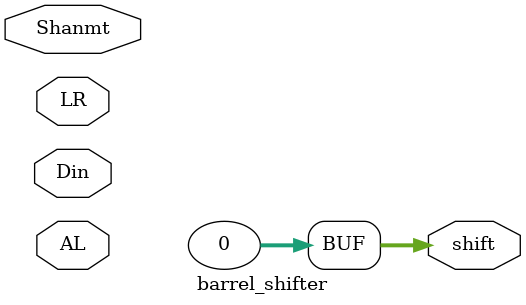
<source format=v>
module ysyx_24100027_ALU(
    input [31:0] a,
    input [31:0] b,
    input [3:0] Aluctr,
    output [31:0] ALUout,
    output less,
    output zero
);
    wire [31:0] ab_xor;
    wire [31:0] ab_or;
    wire [31:0] ab_and;

    wire [31:0] B;
    wire [31:0] adder;
    wire        carry;
    //alu ctr unit
    wire [2:0] Aluctr_out;
    wire AL;
    wire LR;
    wire US;
    wire SubAdd;

    wire [31:0] result;
    wire overflow;

    wire [31:0] shift;

    ALUCTR a1(.Aluctr_in(Aluctr), .Aluctr_out(Aluctr_out), .AL(AL), .LR(LR), .US(US),.SubAdd(SubAdd));
    complement com(.b(b), .option(SubAdd), .B(B));
    barrel_shifter barrel1(.Din(a), .Shanmt(b[4:0]), .LR(LR), .AL(AL), .shift(shift));
    MuxKey #(8,3,32) resultmux(ALUout, Aluctr_out,{
        3'b000, adder,
        3'b001, shift,
        3'b010, {31'h0,less},
        3'b011, B,
        3'b100, ab_xor,
        3'b101, shift,
        3'b110, ab_or,
        3'b111, ab_and
    });
    MuxKey #(2,1,1) lessmux(less, US,{
        1'b0, overflow ^ result[31],
        1'b1, carry ^ SubAdd
    });
    //xor or and
    assign ab_xor   = a ^ b;
    assign ab_or    = a | b;
    assign ab_and   = a & b;
    //add sub
    assign {carry, adder} = a + B + SubAdd;
    assign zero = ~(|adder);
    assign overflow = (a[31]==B[31]) && (a[31]!=adder[31]);
endmodule


module ALUCTR(
    input [3:0] Aluctr_in,
    output [2:0] Aluctr_out,
    output AL,
    output LR,
    output US,
    output SubAdd
);
    assign Aluctr_out = Aluctr_in[2:0];
    //1-sub 0-add 
    MuxKeyWithDefault #(4, 4, 1) SubAddmux(SubAdd, Aluctr_in, 1'b0,{
        4'b0000, 1'b0,
        4'b1000, 1'b1,
        4'b0010, 1'b1,
        4'b1010, 1'b1
    });
    //1-left shift   0-right shift
    //1-        0-LOGIC
    MuxKeyWithDefault #(4, 4, 1) ALmux(AL, Aluctr_in,1'b0,{
        4'b0001, 1'b0,
        4'b1001, 1'b0,
        4'b0101, 1'b1,
        4'b1101, 1'b1
    });
    MuxKeyWithDefault #(4, 4, 1) LRmux(LR, Aluctr_in,1'b0,{
        4'b0001, 1'b1,
        4'b1001, 1'b1,
        4'b0101, 1'b0,
        4'b1101, 1'b0
    });
    //1-usigned 0-signed
    MuxKeyWithDefault #(2, 4, 1) USmux(US, Aluctr_in,1'b0,{
        4'b0010, 1'b0,
        4'b1010, 1'b1
    });
endmodule

module complement(
  input [31:0] b,
  input option,
  output [31:0] B
);
    assign B = {32{option}} ^ b;
endmodule

module barrel_shifter(
    input [31:0] Din,
    input [4:0] Shanmt,
    input LR,
    input AL,
    output [31:0] shift
);
    assign shift = 32'h0;

endmodule
</source>
